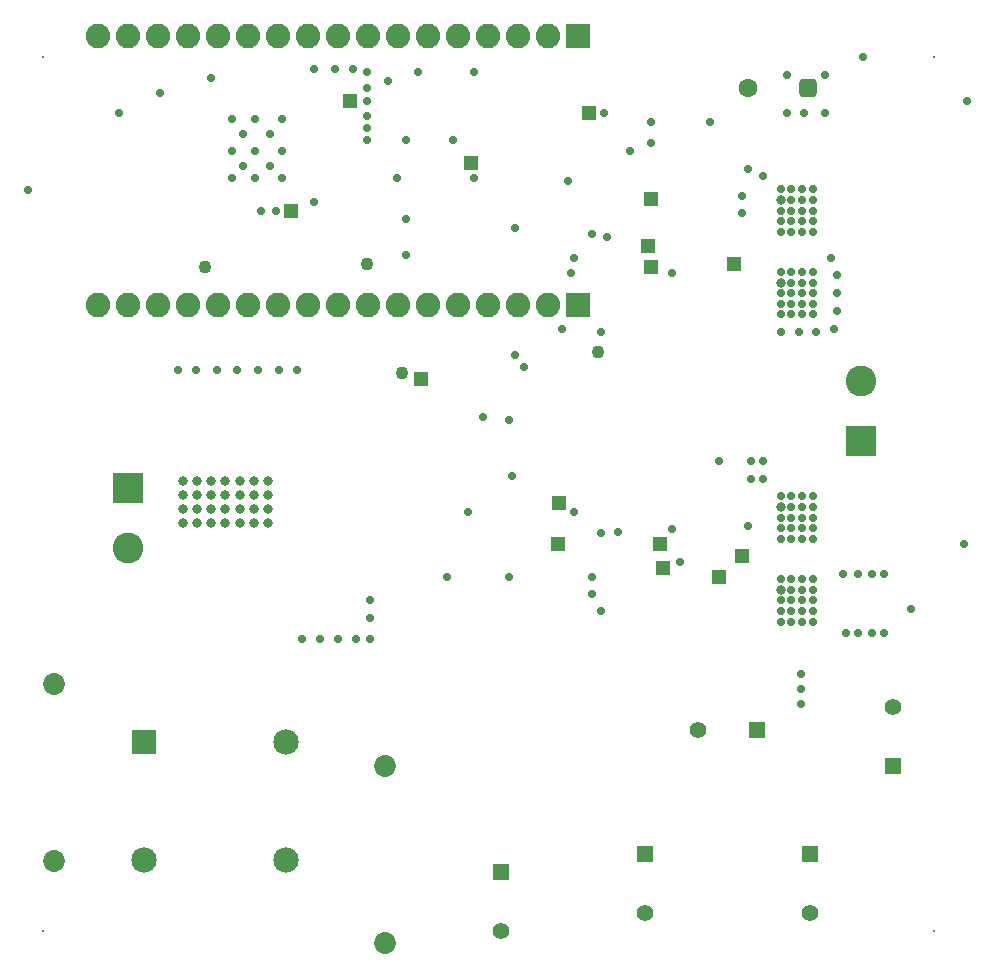
<source format=gbs>
G04*
G04 #@! TF.GenerationSoftware,Altium Limited,Altium Designer,20.1.12 (249)*
G04*
G04 Layer_Color=16711935*
%FSLAX44Y44*%
%MOMM*%
G71*
G04*
G04 #@! TF.SameCoordinates,85B36F8B-E135-4E31-A215-2F58F684B550*
G04*
G04*
G04 #@! TF.FilePolarity,Negative*
G04*
G01*
G75*
%ADD77C,2.0782*%
%ADD78R,2.0782X2.0782*%
%ADD79R,2.6032X2.6032*%
%ADD80C,2.6032*%
%ADD81C,0.2000*%
%ADD82R,1.4032X1.4032*%
%ADD83C,1.4032*%
G04:AMPARAMS|DCode=84|XSize=1.6032mm|YSize=1.6032mm|CornerRadius=0.4516mm|HoleSize=0mm|Usage=FLASHONLY|Rotation=0.000|XOffset=0mm|YOffset=0mm|HoleType=Round|Shape=RoundedRectangle|*
%AMROUNDEDRECTD84*
21,1,1.6032,0.7000,0,0,0.0*
21,1,0.7000,1.6032,0,0,0.0*
1,1,0.9032,0.3500,-0.3500*
1,1,0.9032,-0.3500,-0.3500*
1,1,0.9032,-0.3500,0.3500*
1,1,0.9032,0.3500,0.3500*
%
%ADD84ROUNDEDRECTD84*%
%ADD85C,1.6032*%
%ADD86R,2.1532X2.1532*%
%ADD87C,2.1532*%
%ADD88C,1.8532*%
%ADD89R,1.4032X1.4032*%
%ADD90C,0.7016*%
%ADD91C,1.1016*%
%ADD92C,0.7000*%
%ADD93C,0.8032*%
%ADD125R,1.2032X1.2032*%
%ADD126R,1.2032X1.2032*%
D77*
X76600Y788000D02*
D03*
X102000D02*
D03*
X127400D02*
D03*
X152800D02*
D03*
X178200D02*
D03*
X203600D02*
D03*
X229000D02*
D03*
X254400D02*
D03*
X279800D02*
D03*
X305200D02*
D03*
X330600D02*
D03*
X356000D02*
D03*
X381400D02*
D03*
X406800D02*
D03*
X432200D02*
D03*
X457600D02*
D03*
X76600Y560000D02*
D03*
X102000D02*
D03*
X127400D02*
D03*
X152800D02*
D03*
X178200D02*
D03*
X203600D02*
D03*
X229000D02*
D03*
X254400D02*
D03*
X279800D02*
D03*
X305200D02*
D03*
X330600D02*
D03*
X356000D02*
D03*
X381400D02*
D03*
X406800D02*
D03*
X432200D02*
D03*
X457600D02*
D03*
D78*
X483000Y788000D02*
D03*
Y560000D02*
D03*
D79*
X723043Y444600D02*
D03*
X102500Y405400D02*
D03*
D80*
X723043Y495400D02*
D03*
X102500Y354600D02*
D03*
D81*
X30000Y770000D02*
D03*
Y30000D02*
D03*
X785000Y770000D02*
D03*
Y30000D02*
D03*
D82*
X635000Y200000D02*
D03*
D83*
X585000D02*
D03*
X680000Y45000D02*
D03*
X540000D02*
D03*
X418000Y30000D02*
D03*
X750000Y220000D02*
D03*
D84*
X677661Y743785D02*
D03*
D85*
X627661D02*
D03*
D86*
X116000Y190000D02*
D03*
D87*
Y90000D02*
D03*
X236000D02*
D03*
Y190000D02*
D03*
D88*
X40000Y239042D02*
D03*
Y89043D02*
D03*
X320000Y170000D02*
D03*
Y20000D02*
D03*
D89*
X680000Y95000D02*
D03*
X540000D02*
D03*
X418000Y80000D02*
D03*
X750000Y170000D02*
D03*
D90*
X810000Y357500D02*
D03*
X812500Y732500D02*
D03*
X17500Y657500D02*
D03*
X337500Y602500D02*
D03*
Y632500D02*
D03*
Y700000D02*
D03*
X507499Y617499D02*
D03*
X545000Y592500D02*
D03*
Y650000D02*
D03*
X466012Y357500D02*
D03*
X615000Y595000D02*
D03*
X622500Y347500D02*
D03*
X555000Y337500D02*
D03*
X425000Y462500D02*
D03*
Y330000D02*
D03*
X640000Y427500D02*
D03*
X630000D02*
D03*
X545000Y697500D02*
D03*
Y715000D02*
D03*
X395000Y667500D02*
D03*
X765000Y302500D02*
D03*
X480000Y385000D02*
D03*
X725000Y770000D02*
D03*
X562500Y587500D02*
D03*
X502500Y537500D02*
D03*
X227500Y640000D02*
D03*
X215000D02*
D03*
X172500Y752500D02*
D03*
X347500Y757500D02*
D03*
X395000D02*
D03*
X470000Y540000D02*
D03*
X477500Y587500D02*
D03*
X305000Y743700D02*
D03*
X322500Y749970D02*
D03*
X505000Y722500D02*
D03*
X95000D02*
D03*
X129581Y739278D02*
D03*
X222500Y677500D02*
D03*
X200000D02*
D03*
X222500Y705000D02*
D03*
X200000D02*
D03*
X232500Y667500D02*
D03*
X210000D02*
D03*
X190000D02*
D03*
X232500Y690000D02*
D03*
X210000D02*
D03*
X190000D02*
D03*
X232500Y717500D02*
D03*
X210000D02*
D03*
X190000D02*
D03*
X260000Y647500D02*
D03*
X307500Y277500D02*
D03*
X295000D02*
D03*
X280000D02*
D03*
X265000D02*
D03*
X250000D02*
D03*
X307500Y295000D02*
D03*
Y310000D02*
D03*
X602500Y427500D02*
D03*
X562500Y370000D02*
D03*
X570000Y342500D02*
D03*
X502500Y301063D02*
D03*
X495000Y330000D02*
D03*
Y315000D02*
D03*
X427230Y415270D02*
D03*
X430000Y517500D02*
D03*
X437500Y507500D02*
D03*
X372750Y329750D02*
D03*
X502515Y367197D02*
D03*
X517500Y367500D02*
D03*
X390000Y385000D02*
D03*
X430000Y625000D02*
D03*
X475000Y665000D02*
D03*
X377500Y700000D02*
D03*
X480000Y600000D02*
D03*
X495000Y620000D02*
D03*
X305000Y757500D02*
D03*
Y732500D02*
D03*
X330000Y667500D02*
D03*
X292500Y760000D02*
D03*
X277500D02*
D03*
X260000D02*
D03*
X305000Y700000D02*
D03*
Y710000D02*
D03*
Y720000D02*
D03*
X245000Y505000D02*
D03*
X230000D02*
D03*
X212500D02*
D03*
X195000D02*
D03*
X177500D02*
D03*
X160000D02*
D03*
X145000D02*
D03*
X402500Y465000D02*
D03*
X527500Y690000D02*
D03*
X595000Y715000D02*
D03*
X640000Y669433D02*
D03*
X627500Y372500D02*
D03*
X640000Y412500D02*
D03*
X630000D02*
D03*
X622500Y637500D02*
D03*
Y652500D02*
D03*
X627500Y675000D02*
D03*
X742500Y332500D02*
D03*
X732500D02*
D03*
X720000D02*
D03*
X707500D02*
D03*
X742500Y282500D02*
D03*
X732500D02*
D03*
X720000D02*
D03*
X710000D02*
D03*
X692500Y755000D02*
D03*
X660000D02*
D03*
X692500Y722500D02*
D03*
X675000D02*
D03*
X660000D02*
D03*
X672500Y222500D02*
D03*
Y235000D02*
D03*
Y247500D02*
D03*
X702500Y585000D02*
D03*
Y570000D02*
D03*
Y555000D02*
D03*
X655000Y537500D02*
D03*
X670000D02*
D03*
X685000D02*
D03*
X700000Y540000D02*
D03*
X697500Y600000D02*
D03*
X655000Y310000D02*
D03*
Y292000D02*
D03*
X664000D02*
D03*
X673000D02*
D03*
X682000D02*
D03*
Y301000D02*
D03*
X673000D02*
D03*
X664000D02*
D03*
Y310000D02*
D03*
X673000D02*
D03*
X682000D02*
D03*
Y319000D02*
D03*
X673000D02*
D03*
X664000D02*
D03*
Y328000D02*
D03*
X673000D02*
D03*
X682000D02*
D03*
X655000Y301000D02*
D03*
Y570000D02*
D03*
Y552000D02*
D03*
X664000D02*
D03*
X673000D02*
D03*
X682000D02*
D03*
Y561000D02*
D03*
X673000D02*
D03*
X664000D02*
D03*
Y570000D02*
D03*
X673000D02*
D03*
X682000D02*
D03*
Y579000D02*
D03*
X673000D02*
D03*
X664000D02*
D03*
Y588000D02*
D03*
X673000D02*
D03*
X682000D02*
D03*
X655000Y561000D02*
D03*
Y380000D02*
D03*
Y362000D02*
D03*
X664000D02*
D03*
X673000D02*
D03*
X682000D02*
D03*
Y371000D02*
D03*
X673000D02*
D03*
X664000D02*
D03*
Y380000D02*
D03*
X673000D02*
D03*
X682000D02*
D03*
Y389000D02*
D03*
X673000D02*
D03*
X664000D02*
D03*
Y398000D02*
D03*
X673000D02*
D03*
X682000D02*
D03*
X655000Y371000D02*
D03*
Y640000D02*
D03*
Y622000D02*
D03*
X664000D02*
D03*
X673000D02*
D03*
X682000D02*
D03*
Y631000D02*
D03*
X673000D02*
D03*
X664000D02*
D03*
Y640000D02*
D03*
X673000D02*
D03*
X682000D02*
D03*
Y649000D02*
D03*
X673000D02*
D03*
X664000D02*
D03*
Y658000D02*
D03*
X673000D02*
D03*
X682000D02*
D03*
X655000Y631000D02*
D03*
D91*
X334598Y502098D02*
D03*
X305000Y595000D02*
D03*
X167500Y592500D02*
D03*
X500000Y520000D02*
D03*
D92*
X655000Y328000D02*
D03*
Y588000D02*
D03*
Y398000D02*
D03*
Y658000D02*
D03*
D93*
X184767Y387000D02*
D03*
X148767Y411000D02*
D03*
X160767D02*
D03*
X172768D02*
D03*
X184767D02*
D03*
X196768D02*
D03*
X208768D02*
D03*
X220767D02*
D03*
X148767Y399000D02*
D03*
X160767D02*
D03*
X172768D02*
D03*
X184767D02*
D03*
X196768D02*
D03*
X208768D02*
D03*
X220767D02*
D03*
X148767Y387000D02*
D03*
X160767D02*
D03*
X172768D02*
D03*
X196768D02*
D03*
X208768D02*
D03*
X220767D02*
D03*
X148767Y375000D02*
D03*
X160767D02*
D03*
X172768D02*
D03*
X184767D02*
D03*
X196768D02*
D03*
X208768D02*
D03*
X220767D02*
D03*
X655000Y319000D02*
D03*
Y579000D02*
D03*
Y389000D02*
D03*
Y649000D02*
D03*
D125*
X545000Y592500D02*
D03*
X555000Y337500D02*
D03*
X545000Y650000D02*
D03*
X466012Y357500D02*
D03*
X552500D02*
D03*
X542500Y610000D02*
D03*
X615000Y595000D02*
D03*
X622500Y347500D02*
D03*
X602500Y330000D02*
D03*
X240000Y640000D02*
D03*
D126*
X492500Y722500D02*
D03*
X290000Y732500D02*
D03*
X392500Y680000D02*
D03*
X467500Y392500D02*
D03*
X350000Y497500D02*
D03*
M02*

</source>
